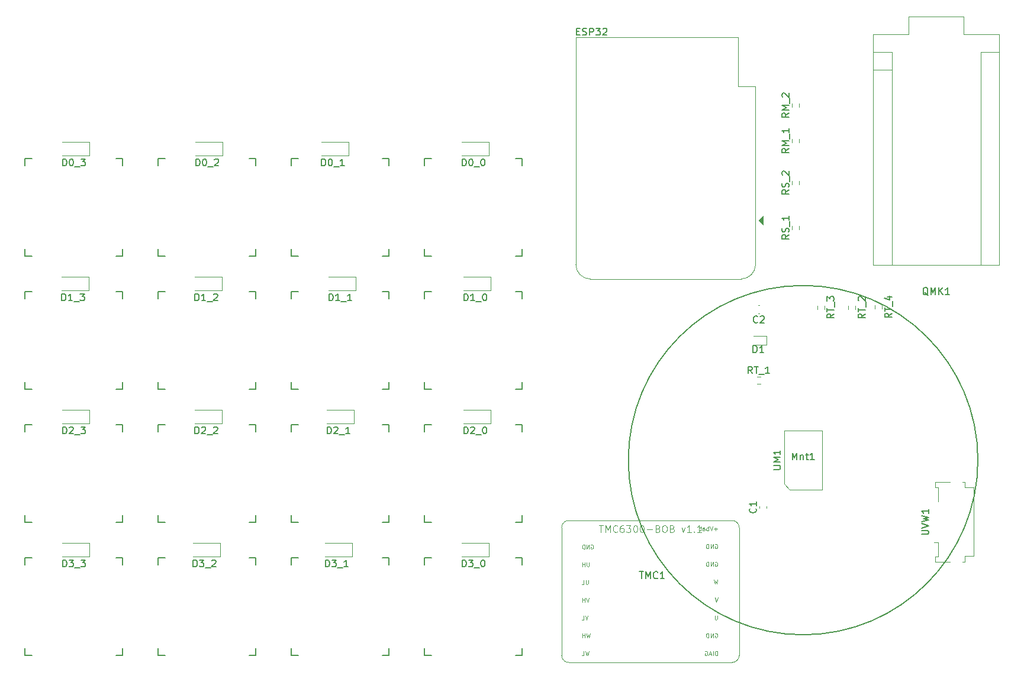
<source format=gbr>
%TF.GenerationSoftware,KiCad,Pcbnew,(6.0.1)*%
%TF.CreationDate,2022-11-10T11:11:30+08:00*%
%TF.ProjectId,Scroller1,5363726f-6c6c-4657-9231-2e6b69636164,rev?*%
%TF.SameCoordinates,Original*%
%TF.FileFunction,Legend,Top*%
%TF.FilePolarity,Positive*%
%FSLAX46Y46*%
G04 Gerber Fmt 4.6, Leading zero omitted, Abs format (unit mm)*
G04 Created by KiCad (PCBNEW (6.0.1)) date 2022-11-10 11:11:30*
%MOMM*%
%LPD*%
G01*
G04 APERTURE LIST*
%ADD10C,0.150000*%
%ADD11C,0.100000*%
%ADD12C,0.120000*%
G04 APERTURE END LIST*
D10*
X208755040Y-117092383D02*
G75*
G03*
X208755040Y-117092383I-25000000J0D01*
G01*
%TO.C,D1_1*%
X115948761Y-94273380D02*
X115948761Y-93273380D01*
X116186857Y-93273380D01*
X116329714Y-93321000D01*
X116424952Y-93416238D01*
X116472571Y-93511476D01*
X116520190Y-93701952D01*
X116520190Y-93844809D01*
X116472571Y-94035285D01*
X116424952Y-94130523D01*
X116329714Y-94225761D01*
X116186857Y-94273380D01*
X115948761Y-94273380D01*
X117472571Y-94273380D02*
X116901142Y-94273380D01*
X117186857Y-94273380D02*
X117186857Y-93273380D01*
X117091619Y-93416238D01*
X116996380Y-93511476D01*
X116901142Y-93559095D01*
X117663047Y-94368619D02*
X118424952Y-94368619D01*
X119186857Y-94273380D02*
X118615428Y-94273380D01*
X118901142Y-94273380D02*
X118901142Y-93273380D01*
X118805904Y-93416238D01*
X118710666Y-93511476D01*
X118615428Y-93559095D01*
%TO.C,D1_0*%
X135252761Y-94273380D02*
X135252761Y-93273380D01*
X135490857Y-93273380D01*
X135633714Y-93321000D01*
X135728952Y-93416238D01*
X135776571Y-93511476D01*
X135824190Y-93701952D01*
X135824190Y-93844809D01*
X135776571Y-94035285D01*
X135728952Y-94130523D01*
X135633714Y-94225761D01*
X135490857Y-94273380D01*
X135252761Y-94273380D01*
X136776571Y-94273380D02*
X136205142Y-94273380D01*
X136490857Y-94273380D02*
X136490857Y-93273380D01*
X136395619Y-93416238D01*
X136300380Y-93511476D01*
X136205142Y-93559095D01*
X136967047Y-94368619D02*
X137728952Y-94368619D01*
X138157523Y-93273380D02*
X138252761Y-93273380D01*
X138348000Y-93321000D01*
X138395619Y-93368619D01*
X138443238Y-93463857D01*
X138490857Y-93654333D01*
X138490857Y-93892428D01*
X138443238Y-94082904D01*
X138395619Y-94178142D01*
X138348000Y-94225761D01*
X138252761Y-94273380D01*
X138157523Y-94273380D01*
X138062285Y-94225761D01*
X138014666Y-94178142D01*
X137967047Y-94082904D01*
X137919428Y-93892428D01*
X137919428Y-93654333D01*
X137967047Y-93463857D01*
X138014666Y-93368619D01*
X138062285Y-93321000D01*
X138157523Y-93273380D01*
%TO.C,D2_0*%
X135250761Y-113323380D02*
X135250761Y-112323380D01*
X135488857Y-112323380D01*
X135631714Y-112371000D01*
X135726952Y-112466238D01*
X135774571Y-112561476D01*
X135822190Y-112751952D01*
X135822190Y-112894809D01*
X135774571Y-113085285D01*
X135726952Y-113180523D01*
X135631714Y-113275761D01*
X135488857Y-113323380D01*
X135250761Y-113323380D01*
X136203142Y-112418619D02*
X136250761Y-112371000D01*
X136346000Y-112323380D01*
X136584095Y-112323380D01*
X136679333Y-112371000D01*
X136726952Y-112418619D01*
X136774571Y-112513857D01*
X136774571Y-112609095D01*
X136726952Y-112751952D01*
X136155523Y-113323380D01*
X136774571Y-113323380D01*
X136965047Y-113418619D02*
X137726952Y-113418619D01*
X138155523Y-112323380D02*
X138250761Y-112323380D01*
X138346000Y-112371000D01*
X138393619Y-112418619D01*
X138441238Y-112513857D01*
X138488857Y-112704333D01*
X138488857Y-112942428D01*
X138441238Y-113132904D01*
X138393619Y-113228142D01*
X138346000Y-113275761D01*
X138250761Y-113323380D01*
X138155523Y-113323380D01*
X138060285Y-113275761D01*
X138012666Y-113228142D01*
X137965047Y-113132904D01*
X137917428Y-112942428D01*
X137917428Y-112704333D01*
X137965047Y-112513857D01*
X138012666Y-112418619D01*
X138060285Y-112371000D01*
X138155523Y-112323380D01*
%TO.C,D1_2*%
X96770761Y-94273380D02*
X96770761Y-93273380D01*
X97008857Y-93273380D01*
X97151714Y-93321000D01*
X97246952Y-93416238D01*
X97294571Y-93511476D01*
X97342190Y-93701952D01*
X97342190Y-93844809D01*
X97294571Y-94035285D01*
X97246952Y-94130523D01*
X97151714Y-94225761D01*
X97008857Y-94273380D01*
X96770761Y-94273380D01*
X98294571Y-94273380D02*
X97723142Y-94273380D01*
X98008857Y-94273380D02*
X98008857Y-93273380D01*
X97913619Y-93416238D01*
X97818380Y-93511476D01*
X97723142Y-93559095D01*
X98485047Y-94368619D02*
X99246952Y-94368619D01*
X99437428Y-93368619D02*
X99485047Y-93321000D01*
X99580285Y-93273380D01*
X99818380Y-93273380D01*
X99913619Y-93321000D01*
X99961238Y-93368619D01*
X100008857Y-93463857D01*
X100008857Y-93559095D01*
X99961238Y-93701952D01*
X99389809Y-94273380D01*
X100008857Y-94273380D01*
%TO.C,D2_3*%
X77846761Y-113323380D02*
X77846761Y-112323380D01*
X78084857Y-112323380D01*
X78227714Y-112371000D01*
X78322952Y-112466238D01*
X78370571Y-112561476D01*
X78418190Y-112751952D01*
X78418190Y-112894809D01*
X78370571Y-113085285D01*
X78322952Y-113180523D01*
X78227714Y-113275761D01*
X78084857Y-113323380D01*
X77846761Y-113323380D01*
X78799142Y-112418619D02*
X78846761Y-112371000D01*
X78942000Y-112323380D01*
X79180095Y-112323380D01*
X79275333Y-112371000D01*
X79322952Y-112418619D01*
X79370571Y-112513857D01*
X79370571Y-112609095D01*
X79322952Y-112751952D01*
X78751523Y-113323380D01*
X79370571Y-113323380D01*
X79561047Y-113418619D02*
X80322952Y-113418619D01*
X80465809Y-112323380D02*
X81084857Y-112323380D01*
X80751523Y-112704333D01*
X80894380Y-112704333D01*
X80989619Y-112751952D01*
X81037238Y-112799571D01*
X81084857Y-112894809D01*
X81084857Y-113132904D01*
X81037238Y-113228142D01*
X80989619Y-113275761D01*
X80894380Y-113323380D01*
X80608666Y-113323380D01*
X80513428Y-113275761D01*
X80465809Y-113228142D01*
%TO.C,D2_2*%
X96768761Y-113323380D02*
X96768761Y-112323380D01*
X97006857Y-112323380D01*
X97149714Y-112371000D01*
X97244952Y-112466238D01*
X97292571Y-112561476D01*
X97340190Y-112751952D01*
X97340190Y-112894809D01*
X97292571Y-113085285D01*
X97244952Y-113180523D01*
X97149714Y-113275761D01*
X97006857Y-113323380D01*
X96768761Y-113323380D01*
X97721142Y-112418619D02*
X97768761Y-112371000D01*
X97864000Y-112323380D01*
X98102095Y-112323380D01*
X98197333Y-112371000D01*
X98244952Y-112418619D01*
X98292571Y-112513857D01*
X98292571Y-112609095D01*
X98244952Y-112751952D01*
X97673523Y-113323380D01*
X98292571Y-113323380D01*
X98483047Y-113418619D02*
X99244952Y-113418619D01*
X99435428Y-112418619D02*
X99483047Y-112371000D01*
X99578285Y-112323380D01*
X99816380Y-112323380D01*
X99911619Y-112371000D01*
X99959238Y-112418619D01*
X100006857Y-112513857D01*
X100006857Y-112609095D01*
X99959238Y-112751952D01*
X99387809Y-113323380D01*
X100006857Y-113323380D01*
%TO.C,D0_3*%
X77846761Y-74969380D02*
X77846761Y-73969380D01*
X78084857Y-73969380D01*
X78227714Y-74017000D01*
X78322952Y-74112238D01*
X78370571Y-74207476D01*
X78418190Y-74397952D01*
X78418190Y-74540809D01*
X78370571Y-74731285D01*
X78322952Y-74826523D01*
X78227714Y-74921761D01*
X78084857Y-74969380D01*
X77846761Y-74969380D01*
X79037238Y-73969380D02*
X79132476Y-73969380D01*
X79227714Y-74017000D01*
X79275333Y-74064619D01*
X79322952Y-74159857D01*
X79370571Y-74350333D01*
X79370571Y-74588428D01*
X79322952Y-74778904D01*
X79275333Y-74874142D01*
X79227714Y-74921761D01*
X79132476Y-74969380D01*
X79037238Y-74969380D01*
X78942000Y-74921761D01*
X78894380Y-74874142D01*
X78846761Y-74778904D01*
X78799142Y-74588428D01*
X78799142Y-74350333D01*
X78846761Y-74159857D01*
X78894380Y-74064619D01*
X78942000Y-74017000D01*
X79037238Y-73969380D01*
X79561047Y-75064619D02*
X80322952Y-75064619D01*
X80465809Y-73969380D02*
X81084857Y-73969380D01*
X80751523Y-74350333D01*
X80894380Y-74350333D01*
X80989619Y-74397952D01*
X81037238Y-74445571D01*
X81084857Y-74540809D01*
X81084857Y-74778904D01*
X81037238Y-74874142D01*
X80989619Y-74921761D01*
X80894380Y-74969380D01*
X80608666Y-74969380D01*
X80513428Y-74921761D01*
X80465809Y-74874142D01*
%TO.C,D3_1*%
X115438761Y-132373380D02*
X115438761Y-131373380D01*
X115676857Y-131373380D01*
X115819714Y-131421000D01*
X115914952Y-131516238D01*
X115962571Y-131611476D01*
X116010190Y-131801952D01*
X116010190Y-131944809D01*
X115962571Y-132135285D01*
X115914952Y-132230523D01*
X115819714Y-132325761D01*
X115676857Y-132373380D01*
X115438761Y-132373380D01*
X116343523Y-131373380D02*
X116962571Y-131373380D01*
X116629238Y-131754333D01*
X116772095Y-131754333D01*
X116867333Y-131801952D01*
X116914952Y-131849571D01*
X116962571Y-131944809D01*
X116962571Y-132182904D01*
X116914952Y-132278142D01*
X116867333Y-132325761D01*
X116772095Y-132373380D01*
X116486380Y-132373380D01*
X116391142Y-132325761D01*
X116343523Y-132278142D01*
X117153047Y-132468619D02*
X117914952Y-132468619D01*
X118676857Y-132373380D02*
X118105428Y-132373380D01*
X118391142Y-132373380D02*
X118391142Y-131373380D01*
X118295904Y-131516238D01*
X118200666Y-131611476D01*
X118105428Y-131659095D01*
%TO.C,D2_1*%
X115692761Y-113323380D02*
X115692761Y-112323380D01*
X115930857Y-112323380D01*
X116073714Y-112371000D01*
X116168952Y-112466238D01*
X116216571Y-112561476D01*
X116264190Y-112751952D01*
X116264190Y-112894809D01*
X116216571Y-113085285D01*
X116168952Y-113180523D01*
X116073714Y-113275761D01*
X115930857Y-113323380D01*
X115692761Y-113323380D01*
X116645142Y-112418619D02*
X116692761Y-112371000D01*
X116788000Y-112323380D01*
X117026095Y-112323380D01*
X117121333Y-112371000D01*
X117168952Y-112418619D01*
X117216571Y-112513857D01*
X117216571Y-112609095D01*
X117168952Y-112751952D01*
X116597523Y-113323380D01*
X117216571Y-113323380D01*
X117407047Y-113418619D02*
X118168952Y-113418619D01*
X118930857Y-113323380D02*
X118359428Y-113323380D01*
X118645142Y-113323380D02*
X118645142Y-112323380D01*
X118549904Y-112466238D01*
X118454666Y-112561476D01*
X118359428Y-112609095D01*
%TO.C,D3_3*%
X77846761Y-132373380D02*
X77846761Y-131373380D01*
X78084857Y-131373380D01*
X78227714Y-131421000D01*
X78322952Y-131516238D01*
X78370571Y-131611476D01*
X78418190Y-131801952D01*
X78418190Y-131944809D01*
X78370571Y-132135285D01*
X78322952Y-132230523D01*
X78227714Y-132325761D01*
X78084857Y-132373380D01*
X77846761Y-132373380D01*
X78751523Y-131373380D02*
X79370571Y-131373380D01*
X79037238Y-131754333D01*
X79180095Y-131754333D01*
X79275333Y-131801952D01*
X79322952Y-131849571D01*
X79370571Y-131944809D01*
X79370571Y-132182904D01*
X79322952Y-132278142D01*
X79275333Y-132325761D01*
X79180095Y-132373380D01*
X78894380Y-132373380D01*
X78799142Y-132325761D01*
X78751523Y-132278142D01*
X79561047Y-132468619D02*
X80322952Y-132468619D01*
X80465809Y-131373380D02*
X81084857Y-131373380D01*
X80751523Y-131754333D01*
X80894380Y-131754333D01*
X80989619Y-131801952D01*
X81037238Y-131849571D01*
X81084857Y-131944809D01*
X81084857Y-132182904D01*
X81037238Y-132278142D01*
X80989619Y-132325761D01*
X80894380Y-132373380D01*
X80608666Y-132373380D01*
X80513428Y-132325761D01*
X80465809Y-132278142D01*
%TO.C,D3_0*%
X134996761Y-132373380D02*
X134996761Y-131373380D01*
X135234857Y-131373380D01*
X135377714Y-131421000D01*
X135472952Y-131516238D01*
X135520571Y-131611476D01*
X135568190Y-131801952D01*
X135568190Y-131944809D01*
X135520571Y-132135285D01*
X135472952Y-132230523D01*
X135377714Y-132325761D01*
X135234857Y-132373380D01*
X134996761Y-132373380D01*
X135901523Y-131373380D02*
X136520571Y-131373380D01*
X136187238Y-131754333D01*
X136330095Y-131754333D01*
X136425333Y-131801952D01*
X136472952Y-131849571D01*
X136520571Y-131944809D01*
X136520571Y-132182904D01*
X136472952Y-132278142D01*
X136425333Y-132325761D01*
X136330095Y-132373380D01*
X136044380Y-132373380D01*
X135949142Y-132325761D01*
X135901523Y-132278142D01*
X136711047Y-132468619D02*
X137472952Y-132468619D01*
X137901523Y-131373380D02*
X137996761Y-131373380D01*
X138092000Y-131421000D01*
X138139619Y-131468619D01*
X138187238Y-131563857D01*
X138234857Y-131754333D01*
X138234857Y-131992428D01*
X138187238Y-132182904D01*
X138139619Y-132278142D01*
X138092000Y-132325761D01*
X137996761Y-132373380D01*
X137901523Y-132373380D01*
X137806285Y-132325761D01*
X137758666Y-132278142D01*
X137711047Y-132182904D01*
X137663428Y-131992428D01*
X137663428Y-131754333D01*
X137711047Y-131563857D01*
X137758666Y-131468619D01*
X137806285Y-131421000D01*
X137901523Y-131373380D01*
%TO.C,D0_2*%
X96896761Y-74969380D02*
X96896761Y-73969380D01*
X97134857Y-73969380D01*
X97277714Y-74017000D01*
X97372952Y-74112238D01*
X97420571Y-74207476D01*
X97468190Y-74397952D01*
X97468190Y-74540809D01*
X97420571Y-74731285D01*
X97372952Y-74826523D01*
X97277714Y-74921761D01*
X97134857Y-74969380D01*
X96896761Y-74969380D01*
X98087238Y-73969380D02*
X98182476Y-73969380D01*
X98277714Y-74017000D01*
X98325333Y-74064619D01*
X98372952Y-74159857D01*
X98420571Y-74350333D01*
X98420571Y-74588428D01*
X98372952Y-74778904D01*
X98325333Y-74874142D01*
X98277714Y-74921761D01*
X98182476Y-74969380D01*
X98087238Y-74969380D01*
X97992000Y-74921761D01*
X97944380Y-74874142D01*
X97896761Y-74778904D01*
X97849142Y-74588428D01*
X97849142Y-74350333D01*
X97896761Y-74159857D01*
X97944380Y-74064619D01*
X97992000Y-74017000D01*
X98087238Y-73969380D01*
X98611047Y-75064619D02*
X99372952Y-75064619D01*
X99563428Y-74064619D02*
X99611047Y-74017000D01*
X99706285Y-73969380D01*
X99944380Y-73969380D01*
X100039619Y-74017000D01*
X100087238Y-74064619D01*
X100134857Y-74159857D01*
X100134857Y-74255095D01*
X100087238Y-74397952D01*
X99515809Y-74969380D01*
X100134857Y-74969380D01*
%TO.C,D1_3*%
X77720761Y-94273380D02*
X77720761Y-93273380D01*
X77958857Y-93273380D01*
X78101714Y-93321000D01*
X78196952Y-93416238D01*
X78244571Y-93511476D01*
X78292190Y-93701952D01*
X78292190Y-93844809D01*
X78244571Y-94035285D01*
X78196952Y-94130523D01*
X78101714Y-94225761D01*
X77958857Y-94273380D01*
X77720761Y-94273380D01*
X79244571Y-94273380D02*
X78673142Y-94273380D01*
X78958857Y-94273380D02*
X78958857Y-93273380D01*
X78863619Y-93416238D01*
X78768380Y-93511476D01*
X78673142Y-93559095D01*
X79435047Y-94368619D02*
X80196952Y-94368619D01*
X80339809Y-93273380D02*
X80958857Y-93273380D01*
X80625523Y-93654333D01*
X80768380Y-93654333D01*
X80863619Y-93701952D01*
X80911238Y-93749571D01*
X80958857Y-93844809D01*
X80958857Y-94082904D01*
X80911238Y-94178142D01*
X80863619Y-94225761D01*
X80768380Y-94273380D01*
X80482666Y-94273380D01*
X80387428Y-94225761D01*
X80339809Y-94178142D01*
%TO.C,D3_2*%
X96514761Y-132373380D02*
X96514761Y-131373380D01*
X96752857Y-131373380D01*
X96895714Y-131421000D01*
X96990952Y-131516238D01*
X97038571Y-131611476D01*
X97086190Y-131801952D01*
X97086190Y-131944809D01*
X97038571Y-132135285D01*
X96990952Y-132230523D01*
X96895714Y-132325761D01*
X96752857Y-132373380D01*
X96514761Y-132373380D01*
X97419523Y-131373380D02*
X98038571Y-131373380D01*
X97705238Y-131754333D01*
X97848095Y-131754333D01*
X97943333Y-131801952D01*
X97990952Y-131849571D01*
X98038571Y-131944809D01*
X98038571Y-132182904D01*
X97990952Y-132278142D01*
X97943333Y-132325761D01*
X97848095Y-132373380D01*
X97562380Y-132373380D01*
X97467142Y-132325761D01*
X97419523Y-132278142D01*
X98229047Y-132468619D02*
X98990952Y-132468619D01*
X99181428Y-131468619D02*
X99229047Y-131421000D01*
X99324285Y-131373380D01*
X99562380Y-131373380D01*
X99657619Y-131421000D01*
X99705238Y-131468619D01*
X99752857Y-131563857D01*
X99752857Y-131659095D01*
X99705238Y-131801952D01*
X99133809Y-132373380D01*
X99752857Y-132373380D01*
%TO.C,D0_0*%
X134996761Y-74969380D02*
X134996761Y-73969380D01*
X135234857Y-73969380D01*
X135377714Y-74017000D01*
X135472952Y-74112238D01*
X135520571Y-74207476D01*
X135568190Y-74397952D01*
X135568190Y-74540809D01*
X135520571Y-74731285D01*
X135472952Y-74826523D01*
X135377714Y-74921761D01*
X135234857Y-74969380D01*
X134996761Y-74969380D01*
X136187238Y-73969380D02*
X136282476Y-73969380D01*
X136377714Y-74017000D01*
X136425333Y-74064619D01*
X136472952Y-74159857D01*
X136520571Y-74350333D01*
X136520571Y-74588428D01*
X136472952Y-74778904D01*
X136425333Y-74874142D01*
X136377714Y-74921761D01*
X136282476Y-74969380D01*
X136187238Y-74969380D01*
X136092000Y-74921761D01*
X136044380Y-74874142D01*
X135996761Y-74778904D01*
X135949142Y-74588428D01*
X135949142Y-74350333D01*
X135996761Y-74159857D01*
X136044380Y-74064619D01*
X136092000Y-74017000D01*
X136187238Y-73969380D01*
X136711047Y-75064619D02*
X137472952Y-75064619D01*
X137901523Y-73969380D02*
X137996761Y-73969380D01*
X138092000Y-74017000D01*
X138139619Y-74064619D01*
X138187238Y-74159857D01*
X138234857Y-74350333D01*
X138234857Y-74588428D01*
X138187238Y-74778904D01*
X138139619Y-74874142D01*
X138092000Y-74921761D01*
X137996761Y-74969380D01*
X137901523Y-74969380D01*
X137806285Y-74921761D01*
X137758666Y-74874142D01*
X137711047Y-74778904D01*
X137663428Y-74588428D01*
X137663428Y-74350333D01*
X137711047Y-74159857D01*
X137758666Y-74064619D01*
X137806285Y-74017000D01*
X137901523Y-73969380D01*
%TO.C,RS_2*%
X181718455Y-78390309D02*
X181242265Y-78723642D01*
X181718455Y-78961738D02*
X180718455Y-78961738D01*
X180718455Y-78580785D01*
X180766075Y-78485547D01*
X180813694Y-78437928D01*
X180908932Y-78390309D01*
X181051789Y-78390309D01*
X181147027Y-78437928D01*
X181194646Y-78485547D01*
X181242265Y-78580785D01*
X181242265Y-78961738D01*
X181670836Y-78009357D02*
X181718455Y-77866500D01*
X181718455Y-77628404D01*
X181670836Y-77533166D01*
X181623217Y-77485547D01*
X181527979Y-77437928D01*
X181432741Y-77437928D01*
X181337503Y-77485547D01*
X181289884Y-77533166D01*
X181242265Y-77628404D01*
X181194646Y-77818880D01*
X181147027Y-77914119D01*
X181099408Y-77961738D01*
X181004170Y-78009357D01*
X180908932Y-78009357D01*
X180813694Y-77961738D01*
X180766075Y-77914119D01*
X180718455Y-77818880D01*
X180718455Y-77580785D01*
X180766075Y-77437928D01*
X181813694Y-77247452D02*
X181813694Y-76485547D01*
X180813694Y-76295071D02*
X180766075Y-76247452D01*
X180718455Y-76152214D01*
X180718455Y-75914119D01*
X180766075Y-75818880D01*
X180813694Y-75771261D01*
X180908932Y-75723642D01*
X181004170Y-75723642D01*
X181147027Y-75771261D01*
X181718455Y-76342690D01*
X181718455Y-75723642D01*
%TO.C,C1*%
X176967142Y-124018166D02*
X177014761Y-124065785D01*
X177062380Y-124208642D01*
X177062380Y-124303880D01*
X177014761Y-124446738D01*
X176919523Y-124541976D01*
X176824285Y-124589595D01*
X176633809Y-124637214D01*
X176490952Y-124637214D01*
X176300476Y-124589595D01*
X176205238Y-124541976D01*
X176110000Y-124446738D01*
X176062380Y-124303880D01*
X176062380Y-124208642D01*
X176110000Y-124065785D01*
X176157619Y-124018166D01*
X177062380Y-123065785D02*
X177062380Y-123637214D01*
X177062380Y-123351500D02*
X176062380Y-123351500D01*
X176205238Y-123446738D01*
X176300476Y-123541976D01*
X176348095Y-123637214D01*
%TO.C,RT_4*%
X196432380Y-96075071D02*
X195956190Y-96408404D01*
X196432380Y-96646500D02*
X195432380Y-96646500D01*
X195432380Y-96265547D01*
X195480000Y-96170309D01*
X195527619Y-96122690D01*
X195622857Y-96075071D01*
X195765714Y-96075071D01*
X195860952Y-96122690D01*
X195908571Y-96170309D01*
X195956190Y-96265547D01*
X195956190Y-96646500D01*
X195432380Y-95789357D02*
X195432380Y-95217928D01*
X196432380Y-95503642D02*
X195432380Y-95503642D01*
X196527619Y-95122690D02*
X196527619Y-94360785D01*
X195765714Y-93694119D02*
X196432380Y-93694119D01*
X195384761Y-93932214D02*
X196099047Y-94170309D01*
X196099047Y-93551261D01*
%TO.C,D0_1*%
X114890161Y-74969380D02*
X114890161Y-73969380D01*
X115128257Y-73969380D01*
X115271114Y-74017000D01*
X115366352Y-74112238D01*
X115413971Y-74207476D01*
X115461590Y-74397952D01*
X115461590Y-74540809D01*
X115413971Y-74731285D01*
X115366352Y-74826523D01*
X115271114Y-74921761D01*
X115128257Y-74969380D01*
X114890161Y-74969380D01*
X116080638Y-73969380D02*
X116175876Y-73969380D01*
X116271114Y-74017000D01*
X116318733Y-74064619D01*
X116366352Y-74159857D01*
X116413971Y-74350333D01*
X116413971Y-74588428D01*
X116366352Y-74778904D01*
X116318733Y-74874142D01*
X116271114Y-74921761D01*
X116175876Y-74969380D01*
X116080638Y-74969380D01*
X115985400Y-74921761D01*
X115937780Y-74874142D01*
X115890161Y-74778904D01*
X115842542Y-74588428D01*
X115842542Y-74350333D01*
X115890161Y-74159857D01*
X115937780Y-74064619D01*
X115985400Y-74017000D01*
X116080638Y-73969380D01*
X116604447Y-75064619D02*
X117366352Y-75064619D01*
X118128257Y-74969380D02*
X117556828Y-74969380D01*
X117842542Y-74969380D02*
X117842542Y-73969380D01*
X117747304Y-74112238D01*
X117652066Y-74207476D01*
X117556828Y-74255095D01*
%TO.C,C2*%
X177238333Y-97351142D02*
X177190714Y-97398761D01*
X177047857Y-97446380D01*
X176952619Y-97446380D01*
X176809761Y-97398761D01*
X176714523Y-97303523D01*
X176666904Y-97208285D01*
X176619285Y-97017809D01*
X176619285Y-96874952D01*
X176666904Y-96684476D01*
X176714523Y-96589238D01*
X176809761Y-96494000D01*
X176952619Y-96446380D01*
X177047857Y-96446380D01*
X177190714Y-96494000D01*
X177238333Y-96541619D01*
X177619285Y-96541619D02*
X177666904Y-96494000D01*
X177762142Y-96446380D01*
X178000238Y-96446380D01*
X178095476Y-96494000D01*
X178143095Y-96541619D01*
X178190714Y-96636857D01*
X178190714Y-96732095D01*
X178143095Y-96874952D01*
X177571666Y-97446380D01*
X178190714Y-97446380D01*
%TO.C,UM1*%
X179502415Y-118425793D02*
X180311939Y-118425793D01*
X180407177Y-118378174D01*
X180454796Y-118330555D01*
X180502415Y-118235317D01*
X180502415Y-118044840D01*
X180454796Y-117949602D01*
X180407177Y-117901983D01*
X180311939Y-117854364D01*
X179502415Y-117854364D01*
X180502415Y-117378174D02*
X179502415Y-117378174D01*
X180216701Y-117044840D01*
X179502415Y-116711507D01*
X180502415Y-116711507D01*
X180502415Y-115711507D02*
X180502415Y-116282936D01*
X180502415Y-115997221D02*
X179502415Y-115997221D01*
X179645273Y-116092460D01*
X179740511Y-116187698D01*
X179788130Y-116282936D01*
%TO.C,RT_2*%
X192622380Y-96155071D02*
X192146190Y-96488404D01*
X192622380Y-96726500D02*
X191622380Y-96726500D01*
X191622380Y-96345547D01*
X191670000Y-96250309D01*
X191717619Y-96202690D01*
X191812857Y-96155071D01*
X191955714Y-96155071D01*
X192050952Y-96202690D01*
X192098571Y-96250309D01*
X192146190Y-96345547D01*
X192146190Y-96726500D01*
X191622380Y-95869357D02*
X191622380Y-95297928D01*
X192622380Y-95583642D02*
X191622380Y-95583642D01*
X192717619Y-95202690D02*
X192717619Y-94440785D01*
X191717619Y-94250309D02*
X191670000Y-94202690D01*
X191622380Y-94107452D01*
X191622380Y-93869357D01*
X191670000Y-93774119D01*
X191717619Y-93726500D01*
X191812857Y-93678880D01*
X191908095Y-93678880D01*
X192050952Y-93726500D01*
X192622380Y-94297928D01*
X192622380Y-93678880D01*
%TO.C,Mnt1*%
X182207415Y-117044840D02*
X182207415Y-116044840D01*
X182540749Y-116759126D01*
X182874082Y-116044840D01*
X182874082Y-117044840D01*
X183350273Y-116378174D02*
X183350273Y-117044840D01*
X183350273Y-116473412D02*
X183397892Y-116425793D01*
X183493130Y-116378174D01*
X183635987Y-116378174D01*
X183731225Y-116425793D01*
X183778844Y-116521031D01*
X183778844Y-117044840D01*
X184112177Y-116378174D02*
X184493130Y-116378174D01*
X184255035Y-116044840D02*
X184255035Y-116901983D01*
X184302654Y-116997221D01*
X184397892Y-117044840D01*
X184493130Y-117044840D01*
X185350273Y-117044840D02*
X184778844Y-117044840D01*
X185064558Y-117044840D02*
X185064558Y-116044840D01*
X184969320Y-116187698D01*
X184874082Y-116282936D01*
X184778844Y-116330555D01*
%TO.C,D1*%
X176615904Y-101701380D02*
X176615904Y-100701380D01*
X176854000Y-100701380D01*
X176996857Y-100749000D01*
X177092095Y-100844238D01*
X177139714Y-100939476D01*
X177187333Y-101129952D01*
X177187333Y-101272809D01*
X177139714Y-101463285D01*
X177092095Y-101558523D01*
X176996857Y-101653761D01*
X176854000Y-101701380D01*
X176615904Y-101701380D01*
X178139714Y-101701380D02*
X177568285Y-101701380D01*
X177854000Y-101701380D02*
X177854000Y-100701380D01*
X177758761Y-100844238D01*
X177663523Y-100939476D01*
X177568285Y-100987095D01*
%TO.C,TMC1*%
X160331666Y-133056380D02*
X160903095Y-133056380D01*
X160617380Y-134056380D02*
X160617380Y-133056380D01*
X161236428Y-134056380D02*
X161236428Y-133056380D01*
X161569761Y-133770666D01*
X161903095Y-133056380D01*
X161903095Y-134056380D01*
X162950714Y-133961142D02*
X162903095Y-134008761D01*
X162760238Y-134056380D01*
X162665000Y-134056380D01*
X162522142Y-134008761D01*
X162426904Y-133913523D01*
X162379285Y-133818285D01*
X162331666Y-133627809D01*
X162331666Y-133484952D01*
X162379285Y-133294476D01*
X162426904Y-133199238D01*
X162522142Y-133104000D01*
X162665000Y-133056380D01*
X162760238Y-133056380D01*
X162903095Y-133104000D01*
X162950714Y-133151619D01*
X163903095Y-134056380D02*
X163331666Y-134056380D01*
X163617380Y-134056380D02*
X163617380Y-133056380D01*
X163522142Y-133199238D01*
X163426904Y-133294476D01*
X163331666Y-133342095D01*
D11*
X153122821Y-144432535D02*
X152979964Y-145032535D01*
X152865678Y-144603964D01*
X152751392Y-145032535D01*
X152608535Y-144432535D01*
X152094249Y-145032535D02*
X152379964Y-145032535D01*
X152379964Y-144432535D01*
X171549964Y-136782535D02*
X171349964Y-137382535D01*
X171149964Y-136782535D01*
X153122821Y-136803963D02*
X152922821Y-137403963D01*
X152722821Y-136803963D01*
X152522821Y-137403963D02*
X152522821Y-136803963D01*
X152522821Y-137089677D02*
X152179964Y-137089677D01*
X152179964Y-137403963D02*
X152179964Y-136803963D01*
X153408535Y-129203964D02*
X153465678Y-129175392D01*
X153551392Y-129175392D01*
X153637107Y-129203964D01*
X153694249Y-129261106D01*
X153722821Y-129318249D01*
X153751392Y-129432535D01*
X153751392Y-129518249D01*
X153722821Y-129632535D01*
X153694249Y-129689678D01*
X153637107Y-129746821D01*
X153551392Y-129775392D01*
X153494249Y-129775392D01*
X153408535Y-129746821D01*
X153379964Y-129718249D01*
X153379964Y-129518249D01*
X153494249Y-129518249D01*
X153122821Y-129775392D02*
X153122821Y-129175392D01*
X152779964Y-129775392D01*
X152779964Y-129175392D01*
X152494249Y-129775392D02*
X152494249Y-129175392D01*
X152351392Y-129175392D01*
X152265678Y-129203964D01*
X152208535Y-129261106D01*
X152179964Y-129318249D01*
X152151392Y-129432535D01*
X152151392Y-129518249D01*
X152179964Y-129632535D01*
X152208535Y-129689678D01*
X152265678Y-129746821D01*
X152351392Y-129775392D01*
X152494249Y-129775392D01*
X153151392Y-131718249D02*
X153151392Y-132203963D01*
X153122821Y-132261106D01*
X153094249Y-132289678D01*
X153037107Y-132318249D01*
X152922821Y-132318249D01*
X152865678Y-132289678D01*
X152837107Y-132261106D01*
X152808535Y-132203963D01*
X152808535Y-131718249D01*
X152522821Y-132318249D02*
X152522821Y-131718249D01*
X152522821Y-132003963D02*
X152179964Y-132003963D01*
X152179964Y-132318249D02*
X152179964Y-131718249D01*
X153008535Y-134261106D02*
X153008535Y-134746820D01*
X152979964Y-134803963D01*
X152951392Y-134832535D01*
X152894249Y-134861106D01*
X152779964Y-134861106D01*
X152722821Y-134832535D01*
X152694249Y-134803963D01*
X152665678Y-134746820D01*
X152665678Y-134261106D01*
X152094249Y-134861106D02*
X152379964Y-134861106D01*
X152379964Y-134261106D01*
X171464249Y-126953964D02*
X171007107Y-126953964D01*
X171235678Y-127182535D02*
X171235678Y-126725392D01*
X170807107Y-126582535D02*
X170607107Y-127182535D01*
X170407107Y-126582535D01*
X170207107Y-127182535D02*
X170207107Y-126582535D01*
X170207107Y-126811107D02*
X170149964Y-126782535D01*
X170035678Y-126782535D01*
X169978535Y-126811107D01*
X169949964Y-126839678D01*
X169921392Y-126896821D01*
X169921392Y-127068249D01*
X169949964Y-127125392D01*
X169978535Y-127153964D01*
X170035678Y-127182535D01*
X170149964Y-127182535D01*
X170207107Y-127153964D01*
X169407107Y-127182535D02*
X169407107Y-126868249D01*
X169435678Y-126811107D01*
X169492821Y-126782535D01*
X169607107Y-126782535D01*
X169664249Y-126811107D01*
X169407107Y-127153964D02*
X169464249Y-127182535D01*
X169607107Y-127182535D01*
X169664249Y-127153964D01*
X169692821Y-127096821D01*
X169692821Y-127039678D01*
X169664249Y-126982535D01*
X169607107Y-126953964D01*
X169464249Y-126953964D01*
X169407107Y-126925392D01*
X169207107Y-126782535D02*
X168978535Y-126782535D01*
X169121392Y-126582535D02*
X169121392Y-127096821D01*
X169092821Y-127153964D01*
X169035678Y-127182535D01*
X168978535Y-127182535D01*
X171464249Y-139332535D02*
X171464249Y-139818249D01*
X171435678Y-139875392D01*
X171407107Y-139903964D01*
X171349964Y-139932535D01*
X171235678Y-139932535D01*
X171178535Y-139903964D01*
X171149964Y-139875392D01*
X171121392Y-139818249D01*
X171121392Y-139332535D01*
X153265678Y-141889677D02*
X153122821Y-142489677D01*
X153008535Y-142061106D01*
X152894249Y-142489677D01*
X152751392Y-141889677D01*
X152522821Y-142489677D02*
X152522821Y-141889677D01*
X152522821Y-142175391D02*
X152179964Y-142175391D01*
X152179964Y-142489677D02*
X152179964Y-141889677D01*
X171149964Y-129161107D02*
X171207107Y-129132535D01*
X171292821Y-129132535D01*
X171378535Y-129161107D01*
X171435678Y-129218249D01*
X171464249Y-129275392D01*
X171492821Y-129389678D01*
X171492821Y-129475392D01*
X171464249Y-129589678D01*
X171435678Y-129646821D01*
X171378535Y-129703964D01*
X171292821Y-129732535D01*
X171235678Y-129732535D01*
X171149964Y-129703964D01*
X171121392Y-129675392D01*
X171121392Y-129475392D01*
X171235678Y-129475392D01*
X170864249Y-129732535D02*
X170864249Y-129132535D01*
X170521392Y-129732535D01*
X170521392Y-129132535D01*
X170235678Y-129732535D02*
X170235678Y-129132535D01*
X170092821Y-129132535D01*
X170007107Y-129161107D01*
X169949964Y-129218249D01*
X169921392Y-129275392D01*
X169892821Y-129389678D01*
X169892821Y-129475392D01*
X169921392Y-129589678D01*
X169949964Y-129646821D01*
X170007107Y-129703964D01*
X170092821Y-129732535D01*
X170235678Y-129732535D01*
X154564964Y-126413487D02*
X155136392Y-126413487D01*
X154850678Y-127413487D02*
X154850678Y-126413487D01*
X155469726Y-127413487D02*
X155469726Y-126413487D01*
X155803059Y-127127773D01*
X156136392Y-126413487D01*
X156136392Y-127413487D01*
X157184011Y-127318249D02*
X157136392Y-127365868D01*
X156993535Y-127413487D01*
X156898297Y-127413487D01*
X156755440Y-127365868D01*
X156660202Y-127270630D01*
X156612583Y-127175392D01*
X156564964Y-126984916D01*
X156564964Y-126842059D01*
X156612583Y-126651583D01*
X156660202Y-126556345D01*
X156755440Y-126461107D01*
X156898297Y-126413487D01*
X156993535Y-126413487D01*
X157136392Y-126461107D01*
X157184011Y-126508726D01*
X158041154Y-126413487D02*
X157850678Y-126413487D01*
X157755440Y-126461107D01*
X157707821Y-126508726D01*
X157612583Y-126651583D01*
X157564964Y-126842059D01*
X157564964Y-127223011D01*
X157612583Y-127318249D01*
X157660202Y-127365868D01*
X157755440Y-127413487D01*
X157945916Y-127413487D01*
X158041154Y-127365868D01*
X158088773Y-127318249D01*
X158136392Y-127223011D01*
X158136392Y-126984916D01*
X158088773Y-126889678D01*
X158041154Y-126842059D01*
X157945916Y-126794440D01*
X157755440Y-126794440D01*
X157660202Y-126842059D01*
X157612583Y-126889678D01*
X157564964Y-126984916D01*
X158469726Y-126413487D02*
X159088773Y-126413487D01*
X158755440Y-126794440D01*
X158898297Y-126794440D01*
X158993535Y-126842059D01*
X159041154Y-126889678D01*
X159088773Y-126984916D01*
X159088773Y-127223011D01*
X159041154Y-127318249D01*
X158993535Y-127365868D01*
X158898297Y-127413487D01*
X158612583Y-127413487D01*
X158517345Y-127365868D01*
X158469726Y-127318249D01*
X159707821Y-126413487D02*
X159803059Y-126413487D01*
X159898297Y-126461107D01*
X159945916Y-126508726D01*
X159993535Y-126603964D01*
X160041154Y-126794440D01*
X160041154Y-127032535D01*
X159993535Y-127223011D01*
X159945916Y-127318249D01*
X159898297Y-127365868D01*
X159803059Y-127413487D01*
X159707821Y-127413487D01*
X159612583Y-127365868D01*
X159564964Y-127318249D01*
X159517345Y-127223011D01*
X159469726Y-127032535D01*
X159469726Y-126794440D01*
X159517345Y-126603964D01*
X159564964Y-126508726D01*
X159612583Y-126461107D01*
X159707821Y-126413487D01*
X160660202Y-126413487D02*
X160755440Y-126413487D01*
X160850678Y-126461107D01*
X160898297Y-126508726D01*
X160945916Y-126603964D01*
X160993535Y-126794440D01*
X160993535Y-127032535D01*
X160945916Y-127223011D01*
X160898297Y-127318249D01*
X160850678Y-127365868D01*
X160755440Y-127413487D01*
X160660202Y-127413487D01*
X160564964Y-127365868D01*
X160517345Y-127318249D01*
X160469726Y-127223011D01*
X160422107Y-127032535D01*
X160422107Y-126794440D01*
X160469726Y-126603964D01*
X160517345Y-126508726D01*
X160564964Y-126461107D01*
X160660202Y-126413487D01*
X161422107Y-127032535D02*
X162184011Y-127032535D01*
X162993535Y-126889678D02*
X163136392Y-126937297D01*
X163184011Y-126984916D01*
X163231630Y-127080154D01*
X163231630Y-127223011D01*
X163184011Y-127318249D01*
X163136392Y-127365868D01*
X163041154Y-127413487D01*
X162660202Y-127413487D01*
X162660202Y-126413487D01*
X162993535Y-126413487D01*
X163088773Y-126461107D01*
X163136392Y-126508726D01*
X163184011Y-126603964D01*
X163184011Y-126699202D01*
X163136392Y-126794440D01*
X163088773Y-126842059D01*
X162993535Y-126889678D01*
X162660202Y-126889678D01*
X163850678Y-126413487D02*
X164041154Y-126413487D01*
X164136392Y-126461107D01*
X164231630Y-126556345D01*
X164279249Y-126746821D01*
X164279249Y-127080154D01*
X164231630Y-127270630D01*
X164136392Y-127365868D01*
X164041154Y-127413487D01*
X163850678Y-127413487D01*
X163755440Y-127365868D01*
X163660202Y-127270630D01*
X163612583Y-127080154D01*
X163612583Y-126746821D01*
X163660202Y-126556345D01*
X163755440Y-126461107D01*
X163850678Y-126413487D01*
X165041154Y-126889678D02*
X165184011Y-126937297D01*
X165231630Y-126984916D01*
X165279249Y-127080154D01*
X165279249Y-127223011D01*
X165231630Y-127318249D01*
X165184011Y-127365868D01*
X165088773Y-127413487D01*
X164707821Y-127413487D01*
X164707821Y-126413487D01*
X165041154Y-126413487D01*
X165136392Y-126461107D01*
X165184011Y-126508726D01*
X165231630Y-126603964D01*
X165231630Y-126699202D01*
X165184011Y-126794440D01*
X165136392Y-126842059D01*
X165041154Y-126889678D01*
X164707821Y-126889678D01*
X166374487Y-126746821D02*
X166612583Y-127413487D01*
X166850678Y-126746821D01*
X167755440Y-127413487D02*
X167184011Y-127413487D01*
X167469726Y-127413487D02*
X167469726Y-126413487D01*
X167374487Y-126556345D01*
X167279249Y-126651583D01*
X167184011Y-126699202D01*
X168184011Y-127318249D02*
X168231630Y-127365868D01*
X168184011Y-127413487D01*
X168136392Y-127365868D01*
X168184011Y-127318249D01*
X168184011Y-127413487D01*
X169184011Y-127413487D02*
X168612583Y-127413487D01*
X168898297Y-127413487D02*
X168898297Y-126413487D01*
X168803059Y-126556345D01*
X168707821Y-126651583D01*
X168612583Y-126699202D01*
X171149964Y-131711107D02*
X171207107Y-131682535D01*
X171292821Y-131682535D01*
X171378535Y-131711107D01*
X171435678Y-131768249D01*
X171464249Y-131825392D01*
X171492821Y-131939678D01*
X171492821Y-132025392D01*
X171464249Y-132139678D01*
X171435678Y-132196821D01*
X171378535Y-132253964D01*
X171292821Y-132282535D01*
X171235678Y-132282535D01*
X171149964Y-132253964D01*
X171121392Y-132225392D01*
X171121392Y-132025392D01*
X171235678Y-132025392D01*
X170864249Y-132282535D02*
X170864249Y-131682535D01*
X170521392Y-132282535D01*
X170521392Y-131682535D01*
X170235678Y-132282535D02*
X170235678Y-131682535D01*
X170092821Y-131682535D01*
X170007107Y-131711107D01*
X169949964Y-131768249D01*
X169921392Y-131825392D01*
X169892821Y-131939678D01*
X169892821Y-132025392D01*
X169921392Y-132139678D01*
X169949964Y-132196821D01*
X170007107Y-132253964D01*
X170092821Y-132282535D01*
X170235678Y-132282535D01*
X152979964Y-139346820D02*
X152779964Y-139946820D01*
X152579964Y-139346820D01*
X152094249Y-139946820D02*
X152379964Y-139946820D01*
X152379964Y-139346820D01*
X171521392Y-134232535D02*
X171378535Y-134832535D01*
X171264249Y-134403964D01*
X171149964Y-134832535D01*
X171007107Y-134232535D01*
X171464249Y-145032535D02*
X171464249Y-144432535D01*
X171321392Y-144432535D01*
X171235678Y-144461107D01*
X171178535Y-144518249D01*
X171149964Y-144575392D01*
X171121392Y-144689678D01*
X171121392Y-144775392D01*
X171149964Y-144889678D01*
X171178535Y-144946821D01*
X171235678Y-145003964D01*
X171321392Y-145032535D01*
X171464249Y-145032535D01*
X170864249Y-145032535D02*
X170864249Y-144432535D01*
X170607107Y-144861107D02*
X170321392Y-144861107D01*
X170664249Y-145032535D02*
X170464249Y-144432535D01*
X170264249Y-145032535D01*
X169749964Y-144461107D02*
X169807107Y-144432535D01*
X169892821Y-144432535D01*
X169978535Y-144461107D01*
X170035678Y-144518249D01*
X170064249Y-144575392D01*
X170092821Y-144689678D01*
X170092821Y-144775392D01*
X170064249Y-144889678D01*
X170035678Y-144946821D01*
X169978535Y-145003964D01*
X169892821Y-145032535D01*
X169835678Y-145032535D01*
X169749964Y-145003964D01*
X169721392Y-144975392D01*
X169721392Y-144775392D01*
X169835678Y-144775392D01*
X171149964Y-141911107D02*
X171207107Y-141882535D01*
X171292821Y-141882535D01*
X171378535Y-141911107D01*
X171435678Y-141968249D01*
X171464249Y-142025392D01*
X171492821Y-142139678D01*
X171492821Y-142225392D01*
X171464249Y-142339678D01*
X171435678Y-142396821D01*
X171378535Y-142453964D01*
X171292821Y-142482535D01*
X171235678Y-142482535D01*
X171149964Y-142453964D01*
X171121392Y-142425392D01*
X171121392Y-142225392D01*
X171235678Y-142225392D01*
X170864249Y-142482535D02*
X170864249Y-141882535D01*
X170521392Y-142482535D01*
X170521392Y-141882535D01*
X170235678Y-142482535D02*
X170235678Y-141882535D01*
X170092821Y-141882535D01*
X170007107Y-141911107D01*
X169949964Y-141968249D01*
X169921392Y-142025392D01*
X169892821Y-142139678D01*
X169892821Y-142225392D01*
X169921392Y-142339678D01*
X169949964Y-142396821D01*
X170007107Y-142453964D01*
X170092821Y-142482535D01*
X170235678Y-142482535D01*
D10*
%TO.C,RM_1*%
X181718455Y-72493047D02*
X181242265Y-72826380D01*
X181718455Y-73064476D02*
X180718455Y-73064476D01*
X180718455Y-72683523D01*
X180766075Y-72588285D01*
X180813694Y-72540666D01*
X180908932Y-72493047D01*
X181051789Y-72493047D01*
X181147027Y-72540666D01*
X181194646Y-72588285D01*
X181242265Y-72683523D01*
X181242265Y-73064476D01*
X181718455Y-72064476D02*
X180718455Y-72064476D01*
X181432741Y-71731142D01*
X180718455Y-71397809D01*
X181718455Y-71397809D01*
X181813694Y-71159714D02*
X181813694Y-70397809D01*
X181718455Y-69635904D02*
X181718455Y-70207333D01*
X181718455Y-69921619D02*
X180718455Y-69921619D01*
X180861313Y-70016857D01*
X180956551Y-70112095D01*
X181004170Y-70207333D01*
%TO.C,ESP32*%
X151357142Y-55732571D02*
X151690476Y-55732571D01*
X151833333Y-56256380D02*
X151357142Y-56256380D01*
X151357142Y-55256380D01*
X151833333Y-55256380D01*
X152214285Y-56208761D02*
X152357142Y-56256380D01*
X152595238Y-56256380D01*
X152690476Y-56208761D01*
X152738095Y-56161142D01*
X152785714Y-56065904D01*
X152785714Y-55970666D01*
X152738095Y-55875428D01*
X152690476Y-55827809D01*
X152595238Y-55780190D01*
X152404761Y-55732571D01*
X152309523Y-55684952D01*
X152261904Y-55637333D01*
X152214285Y-55542095D01*
X152214285Y-55446857D01*
X152261904Y-55351619D01*
X152309523Y-55304000D01*
X152404761Y-55256380D01*
X152642857Y-55256380D01*
X152785714Y-55304000D01*
X153214285Y-56256380D02*
X153214285Y-55256380D01*
X153595238Y-55256380D01*
X153690476Y-55304000D01*
X153738095Y-55351619D01*
X153785714Y-55446857D01*
X153785714Y-55589714D01*
X153738095Y-55684952D01*
X153690476Y-55732571D01*
X153595238Y-55780190D01*
X153214285Y-55780190D01*
X154119047Y-55256380D02*
X154738095Y-55256380D01*
X154404761Y-55637333D01*
X154547619Y-55637333D01*
X154642857Y-55684952D01*
X154690476Y-55732571D01*
X154738095Y-55827809D01*
X154738095Y-56065904D01*
X154690476Y-56161142D01*
X154642857Y-56208761D01*
X154547619Y-56256380D01*
X154261904Y-56256380D01*
X154166666Y-56208761D01*
X154119047Y-56161142D01*
X155119047Y-55351619D02*
X155166666Y-55304000D01*
X155261904Y-55256380D01*
X155500000Y-55256380D01*
X155595238Y-55304000D01*
X155642857Y-55351619D01*
X155690476Y-55446857D01*
X155690476Y-55542095D01*
X155642857Y-55684952D01*
X155071428Y-56256380D01*
X155690476Y-56256380D01*
%TO.C,RT_3*%
X188177380Y-96155071D02*
X187701190Y-96488404D01*
X188177380Y-96726500D02*
X187177380Y-96726500D01*
X187177380Y-96345547D01*
X187225000Y-96250309D01*
X187272619Y-96202690D01*
X187367857Y-96155071D01*
X187510714Y-96155071D01*
X187605952Y-96202690D01*
X187653571Y-96250309D01*
X187701190Y-96345547D01*
X187701190Y-96726500D01*
X187177380Y-95869357D02*
X187177380Y-95297928D01*
X188177380Y-95583642D02*
X187177380Y-95583642D01*
X188272619Y-95202690D02*
X188272619Y-94440785D01*
X187177380Y-94297928D02*
X187177380Y-93678880D01*
X187558333Y-94012214D01*
X187558333Y-93869357D01*
X187605952Y-93774119D01*
X187653571Y-93726500D01*
X187748809Y-93678880D01*
X187986904Y-93678880D01*
X188082142Y-93726500D01*
X188129761Y-93774119D01*
X188177380Y-93869357D01*
X188177380Y-94155071D01*
X188129761Y-94250309D01*
X188082142Y-94297928D01*
%TO.C,QMK1*%
X201638333Y-93511619D02*
X201543095Y-93464000D01*
X201447857Y-93368761D01*
X201305000Y-93225904D01*
X201209761Y-93178285D01*
X201114523Y-93178285D01*
X201162142Y-93416380D02*
X201066904Y-93368761D01*
X200971666Y-93273523D01*
X200924047Y-93083047D01*
X200924047Y-92749714D01*
X200971666Y-92559238D01*
X201066904Y-92464000D01*
X201162142Y-92416380D01*
X201352619Y-92416380D01*
X201447857Y-92464000D01*
X201543095Y-92559238D01*
X201590714Y-92749714D01*
X201590714Y-93083047D01*
X201543095Y-93273523D01*
X201447857Y-93368761D01*
X201352619Y-93416380D01*
X201162142Y-93416380D01*
X202019285Y-93416380D02*
X202019285Y-92416380D01*
X202352619Y-93130666D01*
X202685952Y-92416380D01*
X202685952Y-93416380D01*
X203162142Y-93416380D02*
X203162142Y-92416380D01*
X203733571Y-93416380D02*
X203305000Y-92844952D01*
X203733571Y-92416380D02*
X203162142Y-92987809D01*
X204685952Y-93416380D02*
X204114523Y-93416380D01*
X204400238Y-93416380D02*
X204400238Y-92416380D01*
X204305000Y-92559238D01*
X204209761Y-92654476D01*
X204114523Y-92702095D01*
%TO.C,RT_1*%
X176476428Y-104686380D02*
X176143095Y-104210190D01*
X175905000Y-104686380D02*
X175905000Y-103686380D01*
X176285952Y-103686380D01*
X176381190Y-103734000D01*
X176428809Y-103781619D01*
X176476428Y-103876857D01*
X176476428Y-104019714D01*
X176428809Y-104114952D01*
X176381190Y-104162571D01*
X176285952Y-104210190D01*
X175905000Y-104210190D01*
X176762142Y-103686380D02*
X177333571Y-103686380D01*
X177047857Y-104686380D02*
X177047857Y-103686380D01*
X177428809Y-104781619D02*
X178190714Y-104781619D01*
X178952619Y-104686380D02*
X178381190Y-104686380D01*
X178666904Y-104686380D02*
X178666904Y-103686380D01*
X178571666Y-103829238D01*
X178476428Y-103924476D01*
X178381190Y-103972095D01*
%TO.C,RS_1*%
X181718455Y-84820309D02*
X181242265Y-85153642D01*
X181718455Y-85391738D02*
X180718455Y-85391738D01*
X180718455Y-85010785D01*
X180766075Y-84915547D01*
X180813694Y-84867928D01*
X180908932Y-84820309D01*
X181051789Y-84820309D01*
X181147027Y-84867928D01*
X181194646Y-84915547D01*
X181242265Y-85010785D01*
X181242265Y-85391738D01*
X181670836Y-84439357D02*
X181718455Y-84296500D01*
X181718455Y-84058404D01*
X181670836Y-83963166D01*
X181623217Y-83915547D01*
X181527979Y-83867928D01*
X181432741Y-83867928D01*
X181337503Y-83915547D01*
X181289884Y-83963166D01*
X181242265Y-84058404D01*
X181194646Y-84248880D01*
X181147027Y-84344119D01*
X181099408Y-84391738D01*
X181004170Y-84439357D01*
X180908932Y-84439357D01*
X180813694Y-84391738D01*
X180766075Y-84344119D01*
X180718455Y-84248880D01*
X180718455Y-84010785D01*
X180766075Y-83867928D01*
X181813694Y-83677452D02*
X181813694Y-82915547D01*
X181718455Y-82153642D02*
X181718455Y-82725071D01*
X181718455Y-82439357D02*
X180718455Y-82439357D01*
X180861313Y-82534595D01*
X180956551Y-82629833D01*
X181004170Y-82725071D01*
%TO.C,UVW1*%
X200699380Y-127705904D02*
X201508904Y-127705904D01*
X201604142Y-127658285D01*
X201651761Y-127610666D01*
X201699380Y-127515428D01*
X201699380Y-127324952D01*
X201651761Y-127229714D01*
X201604142Y-127182095D01*
X201508904Y-127134476D01*
X200699380Y-127134476D01*
X200699380Y-126801142D02*
X201699380Y-126467809D01*
X200699380Y-126134476D01*
X200699380Y-125896380D02*
X201699380Y-125658285D01*
X200985095Y-125467809D01*
X201699380Y-125277333D01*
X200699380Y-125039238D01*
X201699380Y-124134476D02*
X201699380Y-124705904D01*
X201699380Y-124420190D02*
X200699380Y-124420190D01*
X200842238Y-124515428D01*
X200937476Y-124610666D01*
X200985095Y-124705904D01*
%TO.C,RM_2*%
X181718455Y-67413047D02*
X181242265Y-67746380D01*
X181718455Y-67984476D02*
X180718455Y-67984476D01*
X180718455Y-67603523D01*
X180766075Y-67508285D01*
X180813694Y-67460666D01*
X180908932Y-67413047D01*
X181051789Y-67413047D01*
X181147027Y-67460666D01*
X181194646Y-67508285D01*
X181242265Y-67603523D01*
X181242265Y-67984476D01*
X181718455Y-66984476D02*
X180718455Y-66984476D01*
X181432741Y-66651142D01*
X180718455Y-66317809D01*
X181718455Y-66317809D01*
X181813694Y-66079714D02*
X181813694Y-65317809D01*
X180813694Y-65127333D02*
X180766075Y-65079714D01*
X180718455Y-64984476D01*
X180718455Y-64746380D01*
X180766075Y-64651142D01*
X180813694Y-64603523D01*
X180908932Y-64555904D01*
X181004170Y-64555904D01*
X181147027Y-64603523D01*
X181718455Y-65174952D01*
X181718455Y-64555904D01*
D12*
%TO.C,D1_1*%
X119794000Y-92821000D02*
X119794000Y-90821000D01*
X119794000Y-92821000D02*
X115894000Y-92821000D01*
X119794000Y-90821000D02*
X115894000Y-90821000D01*
D10*
%TO.C,SW_1_3*%
X86442000Y-92949000D02*
X85442000Y-92949000D01*
X86442000Y-105949000D02*
X86442000Y-106949000D01*
X72442000Y-93949000D02*
X72442000Y-92949000D01*
X72442000Y-106949000D02*
X72442000Y-105949000D01*
X73442000Y-92949000D02*
X72442000Y-92949000D01*
X85442000Y-106949000D02*
X86442000Y-106949000D01*
X86442000Y-92949000D02*
X86442000Y-93949000D01*
X72442000Y-106949000D02*
X73442000Y-106949000D01*
%TO.C,SW_0_0*%
X143592000Y-73899000D02*
X143592000Y-74899000D01*
X142592000Y-87899000D02*
X143592000Y-87899000D01*
X129592000Y-87899000D02*
X129592000Y-86899000D01*
X143592000Y-86899000D02*
X143592000Y-87899000D01*
X143592000Y-73899000D02*
X142592000Y-73899000D01*
X129592000Y-74899000D02*
X129592000Y-73899000D01*
X129592000Y-87899000D02*
X130592000Y-87899000D01*
X130592000Y-73899000D02*
X129592000Y-73899000D01*
D12*
%TO.C,D1_0*%
X139098000Y-90821000D02*
X135198000Y-90821000D01*
X139098000Y-92821000D02*
X135198000Y-92821000D01*
X139098000Y-92821000D02*
X139098000Y-90821000D01*
D10*
%TO.C,SW_1_1*%
X124542000Y-105949000D02*
X124542000Y-106949000D01*
X124542000Y-92949000D02*
X124542000Y-93949000D01*
X110542000Y-93949000D02*
X110542000Y-92949000D01*
X124542000Y-92949000D02*
X123542000Y-92949000D01*
X110542000Y-106949000D02*
X110542000Y-105949000D01*
X111542000Y-92949000D02*
X110542000Y-92949000D01*
X110542000Y-106949000D02*
X111542000Y-106949000D01*
X123542000Y-106949000D02*
X124542000Y-106949000D01*
%TO.C,SW_1_0*%
X130592000Y-92949000D02*
X129592000Y-92949000D01*
X129592000Y-106949000D02*
X130592000Y-106949000D01*
X143592000Y-105949000D02*
X143592000Y-106949000D01*
X129592000Y-93949000D02*
X129592000Y-92949000D01*
X129592000Y-106949000D02*
X129592000Y-105949000D01*
X143592000Y-92949000D02*
X142592000Y-92949000D01*
X143592000Y-92949000D02*
X143592000Y-93949000D01*
X142592000Y-106949000D02*
X143592000Y-106949000D01*
%TO.C,SW_0_1*%
X123542000Y-87899000D02*
X124542000Y-87899000D01*
X110542000Y-74899000D02*
X110542000Y-73899000D01*
X124542000Y-73899000D02*
X123542000Y-73899000D01*
X124542000Y-73899000D02*
X124542000Y-74899000D01*
X110542000Y-87899000D02*
X111542000Y-87899000D01*
X110542000Y-87899000D02*
X110542000Y-86899000D01*
X111542000Y-73899000D02*
X110542000Y-73899000D01*
X124542000Y-86899000D02*
X124542000Y-87899000D01*
D12*
%TO.C,D2_0*%
X139096000Y-111871000D02*
X139096000Y-109871000D01*
X139096000Y-111871000D02*
X135196000Y-111871000D01*
X139096000Y-109871000D02*
X135196000Y-109871000D01*
D10*
%TO.C,SW_3_0*%
X143592000Y-131049000D02*
X142592000Y-131049000D01*
X143592000Y-144049000D02*
X143592000Y-145049000D01*
X129592000Y-145049000D02*
X130592000Y-145049000D01*
X142592000Y-145049000D02*
X143592000Y-145049000D01*
X130592000Y-131049000D02*
X129592000Y-131049000D01*
X129592000Y-132049000D02*
X129592000Y-131049000D01*
X129592000Y-145049000D02*
X129592000Y-144049000D01*
X143592000Y-131049000D02*
X143592000Y-132049000D01*
D12*
%TO.C,D1_2*%
X100616000Y-90821000D02*
X96716000Y-90821000D01*
X100616000Y-92821000D02*
X100616000Y-90821000D01*
X100616000Y-92821000D02*
X96716000Y-92821000D01*
D10*
%TO.C,SW_2_1*%
X124542000Y-124999000D02*
X124542000Y-125999000D01*
X124542000Y-111999000D02*
X124542000Y-112999000D01*
X124542000Y-111999000D02*
X123542000Y-111999000D01*
X111542000Y-111999000D02*
X110542000Y-111999000D01*
X110542000Y-112999000D02*
X110542000Y-111999000D01*
X123542000Y-125999000D02*
X124542000Y-125999000D01*
X110542000Y-125999000D02*
X110542000Y-124999000D01*
X110542000Y-125999000D02*
X111542000Y-125999000D01*
D12*
%TO.C,D2_3*%
X81692000Y-111871000D02*
X81692000Y-109871000D01*
X81692000Y-109871000D02*
X77792000Y-109871000D01*
X81692000Y-111871000D02*
X77792000Y-111871000D01*
D10*
%TO.C,SW_1_2*%
X91492000Y-106949000D02*
X92492000Y-106949000D01*
X91492000Y-106949000D02*
X91492000Y-105949000D01*
X105492000Y-92949000D02*
X105492000Y-93949000D01*
X91492000Y-93949000D02*
X91492000Y-92949000D01*
X105492000Y-92949000D02*
X104492000Y-92949000D01*
X92492000Y-92949000D02*
X91492000Y-92949000D01*
X105492000Y-105949000D02*
X105492000Y-106949000D01*
X104492000Y-106949000D02*
X105492000Y-106949000D01*
%TO.C,SW_0_3*%
X72442000Y-74899000D02*
X72442000Y-73899000D01*
X85442000Y-87899000D02*
X86442000Y-87899000D01*
X72442000Y-87899000D02*
X72442000Y-86899000D01*
X86442000Y-86899000D02*
X86442000Y-87899000D01*
X86442000Y-73899000D02*
X86442000Y-74899000D01*
X86442000Y-73899000D02*
X85442000Y-73899000D01*
X73442000Y-73899000D02*
X72442000Y-73899000D01*
X72442000Y-87899000D02*
X73442000Y-87899000D01*
D12*
%TO.C,D2_2*%
X100614000Y-111871000D02*
X96714000Y-111871000D01*
X100614000Y-111871000D02*
X100614000Y-109871000D01*
X100614000Y-109871000D02*
X96714000Y-109871000D01*
D10*
%TO.C,SW_3_2*%
X105492000Y-144049000D02*
X105492000Y-145049000D01*
X104492000Y-145049000D02*
X105492000Y-145049000D01*
X105492000Y-131049000D02*
X104492000Y-131049000D01*
X105492000Y-131049000D02*
X105492000Y-132049000D01*
X91492000Y-145049000D02*
X92492000Y-145049000D01*
X91492000Y-145049000D02*
X91492000Y-144049000D01*
X92492000Y-131049000D02*
X91492000Y-131049000D01*
X91492000Y-132049000D02*
X91492000Y-131049000D01*
D12*
%TO.C,D0_3*%
X81692000Y-73517000D02*
X77792000Y-73517000D01*
X81692000Y-73517000D02*
X81692000Y-71517000D01*
X81692000Y-71517000D02*
X77792000Y-71517000D01*
%TO.C,D3_1*%
X119284000Y-128921000D02*
X115384000Y-128921000D01*
X119284000Y-130921000D02*
X115384000Y-130921000D01*
X119284000Y-130921000D02*
X119284000Y-128921000D01*
D10*
%TO.C,SW_3_1*%
X123542000Y-145049000D02*
X124542000Y-145049000D01*
X110542000Y-132049000D02*
X110542000Y-131049000D01*
X124542000Y-144049000D02*
X124542000Y-145049000D01*
X111542000Y-131049000D02*
X110542000Y-131049000D01*
X124542000Y-131049000D02*
X123542000Y-131049000D01*
X110542000Y-145049000D02*
X110542000Y-144049000D01*
X110542000Y-145049000D02*
X111542000Y-145049000D01*
X124542000Y-131049000D02*
X124542000Y-132049000D01*
D12*
%TO.C,D2_1*%
X119538000Y-111871000D02*
X115638000Y-111871000D01*
X119538000Y-109871000D02*
X115638000Y-109871000D01*
X119538000Y-111871000D02*
X119538000Y-109871000D01*
D10*
%TO.C,SW_2_2*%
X105492000Y-111999000D02*
X105492000Y-112999000D01*
X91492000Y-125999000D02*
X91492000Y-124999000D01*
X91492000Y-125999000D02*
X92492000Y-125999000D01*
X105492000Y-111999000D02*
X104492000Y-111999000D01*
X104492000Y-125999000D02*
X105492000Y-125999000D01*
X91492000Y-112999000D02*
X91492000Y-111999000D01*
X105492000Y-124999000D02*
X105492000Y-125999000D01*
X92492000Y-111999000D02*
X91492000Y-111999000D01*
%TO.C,SW_2_3*%
X73442000Y-111999000D02*
X72442000Y-111999000D01*
X86442000Y-111999000D02*
X85442000Y-111999000D01*
X72442000Y-125999000D02*
X72442000Y-124999000D01*
X86442000Y-124999000D02*
X86442000Y-125999000D01*
X72442000Y-125999000D02*
X73442000Y-125999000D01*
X86442000Y-111999000D02*
X86442000Y-112999000D01*
X85442000Y-125999000D02*
X86442000Y-125999000D01*
X72442000Y-112999000D02*
X72442000Y-111999000D01*
D12*
%TO.C,D3_3*%
X81692000Y-130921000D02*
X77792000Y-130921000D01*
X81692000Y-130921000D02*
X81692000Y-128921000D01*
X81692000Y-128921000D02*
X77792000Y-128921000D01*
%TO.C,D3_0*%
X138842000Y-128921000D02*
X134942000Y-128921000D01*
X138842000Y-130921000D02*
X134942000Y-130921000D01*
X138842000Y-130921000D02*
X138842000Y-128921000D01*
D10*
%TO.C,SW_0_2*%
X91492000Y-87899000D02*
X92492000Y-87899000D01*
X104492000Y-87899000D02*
X105492000Y-87899000D01*
X105492000Y-86899000D02*
X105492000Y-87899000D01*
X92492000Y-73899000D02*
X91492000Y-73899000D01*
X91492000Y-74899000D02*
X91492000Y-73899000D01*
X91492000Y-87899000D02*
X91492000Y-86899000D01*
X105492000Y-73899000D02*
X104492000Y-73899000D01*
X105492000Y-73899000D02*
X105492000Y-74899000D01*
D12*
%TO.C,D0_2*%
X100742000Y-73517000D02*
X100742000Y-71517000D01*
X100742000Y-71517000D02*
X96842000Y-71517000D01*
X100742000Y-73517000D02*
X96842000Y-73517000D01*
%TO.C,D1_3*%
X81566000Y-92821000D02*
X81566000Y-90821000D01*
X81566000Y-92821000D02*
X77666000Y-92821000D01*
X81566000Y-90821000D02*
X77666000Y-90821000D01*
%TO.C,D3_2*%
X100360000Y-130921000D02*
X96460000Y-130921000D01*
X100360000Y-128921000D02*
X96460000Y-128921000D01*
X100360000Y-130921000D02*
X100360000Y-128921000D01*
%TO.C,D0_0*%
X138842000Y-73517000D02*
X134942000Y-73517000D01*
X138842000Y-71517000D02*
X134942000Y-71517000D01*
X138842000Y-73517000D02*
X138842000Y-71517000D01*
D10*
%TO.C,SW_3_3*%
X85442000Y-145049000D02*
X86442000Y-145049000D01*
X72442000Y-132049000D02*
X72442000Y-131049000D01*
X86442000Y-144049000D02*
X86442000Y-145049000D01*
X72442000Y-145049000D02*
X72442000Y-144049000D01*
X72442000Y-145049000D02*
X73442000Y-145049000D01*
X86442000Y-131049000D02*
X86442000Y-132049000D01*
X73442000Y-131049000D02*
X72442000Y-131049000D01*
X86442000Y-131049000D02*
X85442000Y-131049000D01*
%TO.C,SW_2_0*%
X130592000Y-111999000D02*
X129592000Y-111999000D01*
X143592000Y-111999000D02*
X143592000Y-112999000D01*
X129592000Y-125999000D02*
X129592000Y-124999000D01*
X143592000Y-124999000D02*
X143592000Y-125999000D01*
X129592000Y-112999000D02*
X129592000Y-111999000D01*
X129592000Y-125999000D02*
X130592000Y-125999000D01*
X142592000Y-125999000D02*
X143592000Y-125999000D01*
X143592000Y-111999000D02*
X142592000Y-111999000D01*
D12*
%TO.C,RS_2*%
X182173575Y-77621224D02*
X182173575Y-77111776D01*
X183218575Y-77621224D02*
X183218575Y-77111776D01*
%TO.C,C1*%
X178550000Y-123997767D02*
X178550000Y-123705233D01*
X177530000Y-123997767D02*
X177530000Y-123705233D01*
%TO.C,RT_4*%
X195072500Y-94891776D02*
X195072500Y-95401224D01*
X194027500Y-94891776D02*
X194027500Y-95401224D01*
%TO.C,D0_1*%
X118735400Y-73517000D02*
X114835400Y-73517000D01*
X118735400Y-71517000D02*
X114835400Y-71517000D01*
X118735400Y-73517000D02*
X118735400Y-71517000D01*
%TO.C,C2*%
X177506969Y-94884000D02*
X177303031Y-94884000D01*
X177506969Y-96124000D02*
X177303031Y-96124000D01*
%TO.C,UM1*%
X186460035Y-112892460D02*
X186460035Y-121292460D01*
X181850035Y-121292460D02*
X181050035Y-120492460D01*
X181050035Y-120492460D02*
X181050035Y-112892460D01*
X186460035Y-121292460D02*
X181850035Y-121292460D01*
X181050035Y-112892460D02*
X186460035Y-112892460D01*
%TO.C,RT_2*%
X190217500Y-94971776D02*
X190217500Y-95481224D01*
X191262500Y-94971776D02*
X191262500Y-95481224D01*
%TO.C,D1*%
X178504000Y-100549000D02*
X178504000Y-99349000D01*
X176654000Y-100549000D02*
X178504000Y-100549000D01*
X176654000Y-99349000D02*
X178504000Y-99349000D01*
%TO.C,TMC1*%
X174611000Y-126746000D02*
X174611000Y-145034000D01*
X149211000Y-145034000D02*
X149211000Y-126746000D01*
X150227000Y-125730000D02*
X173595000Y-125730000D01*
X173595000Y-146050000D02*
X150227000Y-146050000D01*
X173595000Y-146050000D02*
G75*
G03*
X174611000Y-145034000I-2J1016002D01*
G01*
X150227000Y-125730000D02*
G75*
G03*
X149211000Y-126746000I2J-1016002D01*
G01*
X174611000Y-126746000D02*
G75*
G03*
X173595000Y-125730000I-1016002J-2D01*
G01*
X149211000Y-145034000D02*
G75*
G03*
X150227000Y-146050000I1016002J2D01*
G01*
%TO.C,RM_1*%
X182173575Y-71628724D02*
X182173575Y-71119276D01*
X183218575Y-71628724D02*
X183218575Y-71119276D01*
%TO.C,ESP32*%
X176950000Y-63554000D02*
X174500000Y-63554000D01*
X153300000Y-91154000D02*
X174900000Y-91154000D01*
X176950000Y-63554000D02*
X176950000Y-89104000D01*
X151250000Y-56554000D02*
X151250000Y-89104000D01*
X174500000Y-63554000D02*
X174500000Y-56554000D01*
X174500000Y-56554000D02*
X151250000Y-56554000D01*
X174900000Y-91154000D02*
G75*
G03*
X176950000Y-89104000I0J2050000D01*
G01*
X151250000Y-89104000D02*
G75*
G03*
X153300000Y-91154000I2050000J0D01*
G01*
X178040000Y-83439000D02*
X178040000Y-82169000D01*
X178040000Y-82169000D02*
X177405000Y-82804000D01*
X177405000Y-82804000D02*
X178040000Y-83439000D01*
G36*
X178040000Y-83439000D02*
G01*
X177405000Y-82804000D01*
X178040000Y-82169000D01*
X178040000Y-83439000D01*
G37*
X178040000Y-83439000D02*
X177405000Y-82804000D01*
X178040000Y-82169000D01*
X178040000Y-83439000D01*
%TO.C,RT_3*%
X185772500Y-94971776D02*
X185772500Y-95481224D01*
X186817500Y-94971776D02*
X186817500Y-95481224D01*
%TO.C,QMK1*%
X198868000Y-56134000D02*
X193788000Y-56134000D01*
X209155000Y-86614000D02*
X209155000Y-89154000D01*
X196455000Y-89154000D02*
X193785000Y-89154000D01*
X198868000Y-53594000D02*
X198868000Y-56134000D01*
X209155000Y-89154000D02*
X211822000Y-89154000D01*
X209155000Y-58674000D02*
X211825000Y-58674000D01*
X196455000Y-89154000D02*
X196455000Y-58674000D01*
X206742000Y-53594000D02*
X206742000Y-56134000D01*
X209155000Y-86614000D02*
X209155000Y-58674000D01*
X193788000Y-89154000D02*
X209155000Y-89154000D01*
X206742000Y-53594000D02*
X198868000Y-53594000D01*
X196455000Y-58674000D02*
X193785000Y-58674000D01*
X211822000Y-56134000D02*
X206742000Y-56134000D01*
X196455000Y-61214000D02*
X193785000Y-61214000D01*
X211822000Y-89154000D02*
X211822000Y-56134000D01*
X193788000Y-56134000D02*
X193785000Y-89154000D01*
%TO.C,RT_1*%
X177150276Y-106186500D02*
X177659724Y-106186500D01*
X177150276Y-105141500D02*
X177659724Y-105141500D01*
%TO.C,RS_1*%
X183218575Y-84051224D02*
X183218575Y-83541776D01*
X182173575Y-84051224D02*
X182173575Y-83541776D01*
%TO.C,UVW1*%
X206857000Y-120234000D02*
X206557000Y-120234000D01*
X202687000Y-120234000D02*
X202687000Y-121004000D01*
X202687000Y-130884000D02*
X202687000Y-131654000D01*
X206857000Y-131654000D02*
X206857000Y-130854000D01*
X208157000Y-121034000D02*
X206857000Y-121034000D01*
X203037000Y-128904000D02*
X203037000Y-130884000D01*
X206857000Y-130854000D02*
X208157000Y-130854000D01*
X204737000Y-120234000D02*
X202687000Y-120234000D01*
X202447000Y-128904000D02*
X203037000Y-128904000D01*
X202687000Y-131654000D02*
X204737000Y-131654000D01*
X202687000Y-121004000D02*
X203037000Y-121004000D01*
X206557000Y-131654000D02*
X206857000Y-131654000D01*
X203037000Y-121004000D02*
X203037000Y-122984000D01*
X206857000Y-121034000D02*
X206857000Y-120234000D01*
X208157000Y-130854000D02*
X208157000Y-121034000D01*
X203037000Y-130884000D02*
X202687000Y-130884000D01*
%TO.C,RM_2*%
X182173575Y-66548724D02*
X182173575Y-66039276D01*
X183218575Y-66548724D02*
X183218575Y-66039276D01*
%TD*%
M02*

</source>
